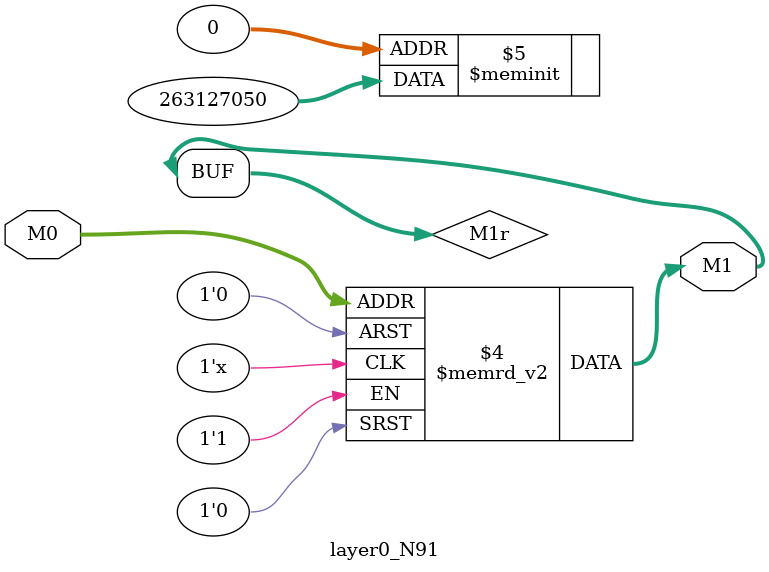
<source format=v>
module layer0_N91 ( input [3:0] M0, output [1:0] M1 );

	(*rom_style = "distributed" *) reg [1:0] M1r;
	assign M1 = M1r;
	always @ (M0) begin
		case (M0)
			4'b0000: M1r = 2'b10;
			4'b1000: M1r = 2'b11;
			4'b0100: M1r = 2'b00;
			4'b1100: M1r = 2'b11;
			4'b0010: M1r = 2'b00;
			4'b1010: M1r = 2'b10;
			4'b0110: M1r = 2'b00;
			4'b1110: M1r = 2'b00;
			4'b0001: M1r = 2'b10;
			4'b1001: M1r = 2'b11;
			4'b0101: M1r = 2'b00;
			4'b1101: M1r = 2'b11;
			4'b0011: M1r = 2'b00;
			4'b1011: M1r = 2'b10;
			4'b0111: M1r = 2'b00;
			4'b1111: M1r = 2'b00;

		endcase
	end
endmodule

</source>
